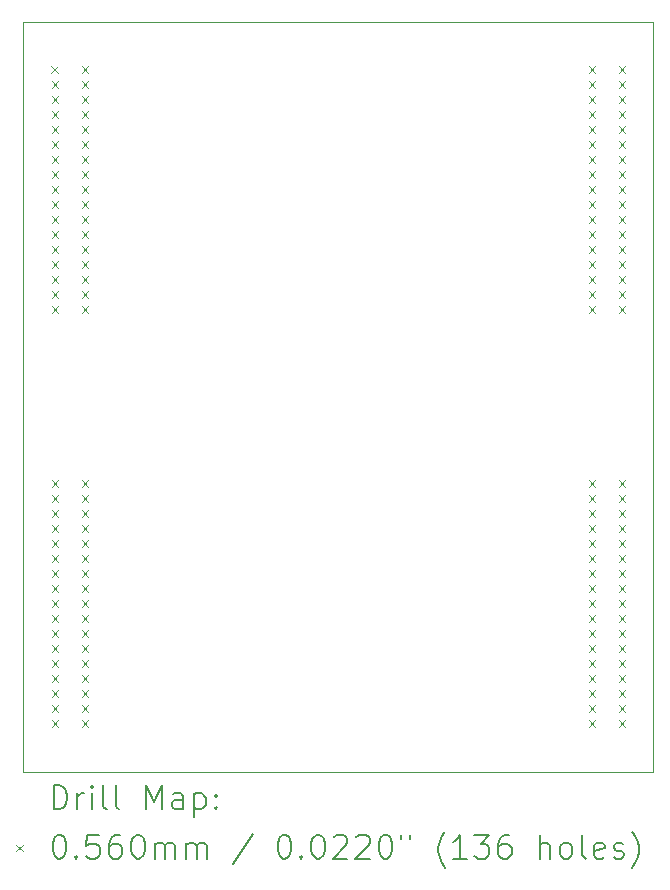
<source format=gbr>
%TF.GenerationSoftware,KiCad,Pcbnew,7.0.7*%
%TF.CreationDate,2023-09-14T15:50:44-04:00*%
%TF.ProjectId,Temps_North_DCT_HSK,54656d70-735f-44e6-9f72-74685f444354,B*%
%TF.SameCoordinates,Original*%
%TF.FileFunction,Drillmap*%
%TF.FilePolarity,Positive*%
%FSLAX45Y45*%
G04 Gerber Fmt 4.5, Leading zero omitted, Abs format (unit mm)*
G04 Created by KiCad (PCBNEW 7.0.7) date 2023-09-14 15:50:44*
%MOMM*%
%LPD*%
G01*
G04 APERTURE LIST*
%ADD10C,0.100000*%
%ADD11C,0.200000*%
%ADD12C,0.056000*%
G04 APERTURE END LIST*
D10*
X10160000Y-5080000D02*
X15494000Y-5080000D01*
X15494000Y-11430000D01*
X10160000Y-11430000D01*
X10160000Y-5080000D01*
D11*
D12*
X10396160Y-5455860D02*
X10452160Y-5511860D01*
X10452160Y-5455860D02*
X10396160Y-5511860D01*
X10397176Y-5582860D02*
X10453176Y-5638860D01*
X10453176Y-5582860D02*
X10397176Y-5638860D01*
X10397176Y-5709860D02*
X10453176Y-5765860D01*
X10453176Y-5709860D02*
X10397176Y-5765860D01*
X10397176Y-5836860D02*
X10453176Y-5892860D01*
X10453176Y-5836860D02*
X10397176Y-5892860D01*
X10397176Y-5963860D02*
X10453176Y-6019860D01*
X10453176Y-5963860D02*
X10397176Y-6019860D01*
X10397176Y-6090860D02*
X10453176Y-6146860D01*
X10453176Y-6090860D02*
X10397176Y-6146860D01*
X10397176Y-6217860D02*
X10453176Y-6273860D01*
X10453176Y-6217860D02*
X10397176Y-6273860D01*
X10397176Y-6344860D02*
X10453176Y-6400860D01*
X10453176Y-6344860D02*
X10397176Y-6400860D01*
X10397176Y-6471860D02*
X10453176Y-6527860D01*
X10453176Y-6471860D02*
X10397176Y-6527860D01*
X10397176Y-6598860D02*
X10453176Y-6654860D01*
X10453176Y-6598860D02*
X10397176Y-6654860D01*
X10397176Y-6725860D02*
X10453176Y-6781860D01*
X10453176Y-6725860D02*
X10397176Y-6781860D01*
X10397176Y-6852860D02*
X10453176Y-6908860D01*
X10453176Y-6852860D02*
X10397176Y-6908860D01*
X10397176Y-6979860D02*
X10453176Y-7035860D01*
X10453176Y-6979860D02*
X10397176Y-7035860D01*
X10397176Y-7106860D02*
X10453176Y-7162860D01*
X10453176Y-7106860D02*
X10397176Y-7162860D01*
X10397176Y-7233860D02*
X10453176Y-7289860D01*
X10453176Y-7233860D02*
X10397176Y-7289860D01*
X10397176Y-7360860D02*
X10453176Y-7416860D01*
X10453176Y-7360860D02*
X10397176Y-7416860D01*
X10397176Y-7487860D02*
X10453176Y-7543860D01*
X10453176Y-7487860D02*
X10397176Y-7543860D01*
X10397684Y-8963600D02*
X10453684Y-9019600D01*
X10453684Y-8963600D02*
X10397684Y-9019600D01*
X10398700Y-9090600D02*
X10454700Y-9146600D01*
X10454700Y-9090600D02*
X10398700Y-9146600D01*
X10398700Y-9217600D02*
X10454700Y-9273600D01*
X10454700Y-9217600D02*
X10398700Y-9273600D01*
X10398700Y-9344600D02*
X10454700Y-9400600D01*
X10454700Y-9344600D02*
X10398700Y-9400600D01*
X10398700Y-9471600D02*
X10454700Y-9527600D01*
X10454700Y-9471600D02*
X10398700Y-9527600D01*
X10398700Y-9598600D02*
X10454700Y-9654600D01*
X10454700Y-9598600D02*
X10398700Y-9654600D01*
X10398700Y-9725600D02*
X10454700Y-9781600D01*
X10454700Y-9725600D02*
X10398700Y-9781600D01*
X10398700Y-9852600D02*
X10454700Y-9908600D01*
X10454700Y-9852600D02*
X10398700Y-9908600D01*
X10398700Y-9979600D02*
X10454700Y-10035600D01*
X10454700Y-9979600D02*
X10398700Y-10035600D01*
X10398700Y-10106600D02*
X10454700Y-10162600D01*
X10454700Y-10106600D02*
X10398700Y-10162600D01*
X10398700Y-10233600D02*
X10454700Y-10289600D01*
X10454700Y-10233600D02*
X10398700Y-10289600D01*
X10398700Y-10360600D02*
X10454700Y-10416600D01*
X10454700Y-10360600D02*
X10398700Y-10416600D01*
X10398700Y-10487600D02*
X10454700Y-10543600D01*
X10454700Y-10487600D02*
X10398700Y-10543600D01*
X10398700Y-10614600D02*
X10454700Y-10670600D01*
X10454700Y-10614600D02*
X10398700Y-10670600D01*
X10398700Y-10741600D02*
X10454700Y-10797600D01*
X10454700Y-10741600D02*
X10398700Y-10797600D01*
X10398700Y-10868600D02*
X10454700Y-10924600D01*
X10454700Y-10868600D02*
X10398700Y-10924600D01*
X10398700Y-10995600D02*
X10454700Y-11051600D01*
X10454700Y-10995600D02*
X10398700Y-11051600D01*
X10651176Y-5582860D02*
X10707176Y-5638860D01*
X10707176Y-5582860D02*
X10651176Y-5638860D01*
X10651176Y-5709860D02*
X10707176Y-5765860D01*
X10707176Y-5709860D02*
X10651176Y-5765860D01*
X10651176Y-5836860D02*
X10707176Y-5892860D01*
X10707176Y-5836860D02*
X10651176Y-5892860D01*
X10651176Y-5963860D02*
X10707176Y-6019860D01*
X10707176Y-5963860D02*
X10651176Y-6019860D01*
X10651176Y-6090860D02*
X10707176Y-6146860D01*
X10707176Y-6090860D02*
X10651176Y-6146860D01*
X10651176Y-6217860D02*
X10707176Y-6273860D01*
X10707176Y-6217860D02*
X10651176Y-6273860D01*
X10651176Y-6344860D02*
X10707176Y-6400860D01*
X10707176Y-6344860D02*
X10651176Y-6400860D01*
X10651176Y-6471860D02*
X10707176Y-6527860D01*
X10707176Y-6471860D02*
X10651176Y-6527860D01*
X10651176Y-6598860D02*
X10707176Y-6654860D01*
X10707176Y-6598860D02*
X10651176Y-6654860D01*
X10651176Y-6725860D02*
X10707176Y-6781860D01*
X10707176Y-6725860D02*
X10651176Y-6781860D01*
X10651176Y-6852860D02*
X10707176Y-6908860D01*
X10707176Y-6852860D02*
X10651176Y-6908860D01*
X10651176Y-6979860D02*
X10707176Y-7035860D01*
X10707176Y-6979860D02*
X10651176Y-7035860D01*
X10651176Y-7106860D02*
X10707176Y-7162860D01*
X10707176Y-7106860D02*
X10651176Y-7162860D01*
X10651176Y-7233860D02*
X10707176Y-7289860D01*
X10707176Y-7233860D02*
X10651176Y-7289860D01*
X10651176Y-7360860D02*
X10707176Y-7416860D01*
X10707176Y-7360860D02*
X10651176Y-7416860D01*
X10651176Y-7487860D02*
X10707176Y-7543860D01*
X10707176Y-7487860D02*
X10651176Y-7543860D01*
X10652192Y-5455860D02*
X10708192Y-5511860D01*
X10708192Y-5455860D02*
X10652192Y-5511860D01*
X10652700Y-9090600D02*
X10708700Y-9146600D01*
X10708700Y-9090600D02*
X10652700Y-9146600D01*
X10652700Y-9217600D02*
X10708700Y-9273600D01*
X10708700Y-9217600D02*
X10652700Y-9273600D01*
X10652700Y-9344600D02*
X10708700Y-9400600D01*
X10708700Y-9344600D02*
X10652700Y-9400600D01*
X10652700Y-9471600D02*
X10708700Y-9527600D01*
X10708700Y-9471600D02*
X10652700Y-9527600D01*
X10652700Y-9598600D02*
X10708700Y-9654600D01*
X10708700Y-9598600D02*
X10652700Y-9654600D01*
X10652700Y-9725600D02*
X10708700Y-9781600D01*
X10708700Y-9725600D02*
X10652700Y-9781600D01*
X10652700Y-9852600D02*
X10708700Y-9908600D01*
X10708700Y-9852600D02*
X10652700Y-9908600D01*
X10652700Y-9979600D02*
X10708700Y-10035600D01*
X10708700Y-9979600D02*
X10652700Y-10035600D01*
X10652700Y-10106600D02*
X10708700Y-10162600D01*
X10708700Y-10106600D02*
X10652700Y-10162600D01*
X10652700Y-10233600D02*
X10708700Y-10289600D01*
X10708700Y-10233600D02*
X10652700Y-10289600D01*
X10652700Y-10360600D02*
X10708700Y-10416600D01*
X10708700Y-10360600D02*
X10652700Y-10416600D01*
X10652700Y-10487600D02*
X10708700Y-10543600D01*
X10708700Y-10487600D02*
X10652700Y-10543600D01*
X10652700Y-10614600D02*
X10708700Y-10670600D01*
X10708700Y-10614600D02*
X10652700Y-10670600D01*
X10652700Y-10741600D02*
X10708700Y-10797600D01*
X10708700Y-10741600D02*
X10652700Y-10797600D01*
X10652700Y-10868600D02*
X10708700Y-10924600D01*
X10708700Y-10868600D02*
X10652700Y-10924600D01*
X10652700Y-10995600D02*
X10708700Y-11051600D01*
X10708700Y-10995600D02*
X10652700Y-11051600D01*
X10653716Y-8963600D02*
X10709716Y-9019600D01*
X10709716Y-8963600D02*
X10653716Y-9019600D01*
X14944284Y-5455860D02*
X15000284Y-5511860D01*
X15000284Y-5455860D02*
X14944284Y-5511860D01*
X14944284Y-8963600D02*
X15000284Y-9019600D01*
X15000284Y-8963600D02*
X14944284Y-9019600D01*
X14945300Y-5582860D02*
X15001300Y-5638860D01*
X15001300Y-5582860D02*
X14945300Y-5638860D01*
X14945300Y-5709860D02*
X15001300Y-5765860D01*
X15001300Y-5709860D02*
X14945300Y-5765860D01*
X14945300Y-5836860D02*
X15001300Y-5892860D01*
X15001300Y-5836860D02*
X14945300Y-5892860D01*
X14945300Y-5963860D02*
X15001300Y-6019860D01*
X15001300Y-5963860D02*
X14945300Y-6019860D01*
X14945300Y-6090860D02*
X15001300Y-6146860D01*
X15001300Y-6090860D02*
X14945300Y-6146860D01*
X14945300Y-6217860D02*
X15001300Y-6273860D01*
X15001300Y-6217860D02*
X14945300Y-6273860D01*
X14945300Y-6344860D02*
X15001300Y-6400860D01*
X15001300Y-6344860D02*
X14945300Y-6400860D01*
X14945300Y-6471860D02*
X15001300Y-6527860D01*
X15001300Y-6471860D02*
X14945300Y-6527860D01*
X14945300Y-6598860D02*
X15001300Y-6654860D01*
X15001300Y-6598860D02*
X14945300Y-6654860D01*
X14945300Y-6725860D02*
X15001300Y-6781860D01*
X15001300Y-6725860D02*
X14945300Y-6781860D01*
X14945300Y-6852860D02*
X15001300Y-6908860D01*
X15001300Y-6852860D02*
X14945300Y-6908860D01*
X14945300Y-6979860D02*
X15001300Y-7035860D01*
X15001300Y-6979860D02*
X14945300Y-7035860D01*
X14945300Y-7106860D02*
X15001300Y-7162860D01*
X15001300Y-7106860D02*
X14945300Y-7162860D01*
X14945300Y-7233860D02*
X15001300Y-7289860D01*
X15001300Y-7233860D02*
X14945300Y-7289860D01*
X14945300Y-7360860D02*
X15001300Y-7416860D01*
X15001300Y-7360860D02*
X14945300Y-7416860D01*
X14945300Y-7487860D02*
X15001300Y-7543860D01*
X15001300Y-7487860D02*
X14945300Y-7543860D01*
X14945300Y-9090600D02*
X15001300Y-9146600D01*
X15001300Y-9090600D02*
X14945300Y-9146600D01*
X14945300Y-9217600D02*
X15001300Y-9273600D01*
X15001300Y-9217600D02*
X14945300Y-9273600D01*
X14945300Y-9344600D02*
X15001300Y-9400600D01*
X15001300Y-9344600D02*
X14945300Y-9400600D01*
X14945300Y-9471600D02*
X15001300Y-9527600D01*
X15001300Y-9471600D02*
X14945300Y-9527600D01*
X14945300Y-9598600D02*
X15001300Y-9654600D01*
X15001300Y-9598600D02*
X14945300Y-9654600D01*
X14945300Y-9725600D02*
X15001300Y-9781600D01*
X15001300Y-9725600D02*
X14945300Y-9781600D01*
X14945300Y-9852600D02*
X15001300Y-9908600D01*
X15001300Y-9852600D02*
X14945300Y-9908600D01*
X14945300Y-9979600D02*
X15001300Y-10035600D01*
X15001300Y-9979600D02*
X14945300Y-10035600D01*
X14945300Y-10106600D02*
X15001300Y-10162600D01*
X15001300Y-10106600D02*
X14945300Y-10162600D01*
X14945300Y-10233600D02*
X15001300Y-10289600D01*
X15001300Y-10233600D02*
X14945300Y-10289600D01*
X14945300Y-10360600D02*
X15001300Y-10416600D01*
X15001300Y-10360600D02*
X14945300Y-10416600D01*
X14945300Y-10487600D02*
X15001300Y-10543600D01*
X15001300Y-10487600D02*
X14945300Y-10543600D01*
X14945300Y-10614600D02*
X15001300Y-10670600D01*
X15001300Y-10614600D02*
X14945300Y-10670600D01*
X14945300Y-10741600D02*
X15001300Y-10797600D01*
X15001300Y-10741600D02*
X14945300Y-10797600D01*
X14945300Y-10868600D02*
X15001300Y-10924600D01*
X15001300Y-10868600D02*
X14945300Y-10924600D01*
X14945300Y-10995600D02*
X15001300Y-11051600D01*
X15001300Y-10995600D02*
X14945300Y-11051600D01*
X15199300Y-5582860D02*
X15255300Y-5638860D01*
X15255300Y-5582860D02*
X15199300Y-5638860D01*
X15199300Y-5709860D02*
X15255300Y-5765860D01*
X15255300Y-5709860D02*
X15199300Y-5765860D01*
X15199300Y-5836860D02*
X15255300Y-5892860D01*
X15255300Y-5836860D02*
X15199300Y-5892860D01*
X15199300Y-5963860D02*
X15255300Y-6019860D01*
X15255300Y-5963860D02*
X15199300Y-6019860D01*
X15199300Y-6090860D02*
X15255300Y-6146860D01*
X15255300Y-6090860D02*
X15199300Y-6146860D01*
X15199300Y-6217860D02*
X15255300Y-6273860D01*
X15255300Y-6217860D02*
X15199300Y-6273860D01*
X15199300Y-6344860D02*
X15255300Y-6400860D01*
X15255300Y-6344860D02*
X15199300Y-6400860D01*
X15199300Y-6471860D02*
X15255300Y-6527860D01*
X15255300Y-6471860D02*
X15199300Y-6527860D01*
X15199300Y-6598860D02*
X15255300Y-6654860D01*
X15255300Y-6598860D02*
X15199300Y-6654860D01*
X15199300Y-6725860D02*
X15255300Y-6781860D01*
X15255300Y-6725860D02*
X15199300Y-6781860D01*
X15199300Y-6852860D02*
X15255300Y-6908860D01*
X15255300Y-6852860D02*
X15199300Y-6908860D01*
X15199300Y-6979860D02*
X15255300Y-7035860D01*
X15255300Y-6979860D02*
X15199300Y-7035860D01*
X15199300Y-7106860D02*
X15255300Y-7162860D01*
X15255300Y-7106860D02*
X15199300Y-7162860D01*
X15199300Y-7233860D02*
X15255300Y-7289860D01*
X15255300Y-7233860D02*
X15199300Y-7289860D01*
X15199300Y-7360860D02*
X15255300Y-7416860D01*
X15255300Y-7360860D02*
X15199300Y-7416860D01*
X15199300Y-7487860D02*
X15255300Y-7543860D01*
X15255300Y-7487860D02*
X15199300Y-7543860D01*
X15199300Y-9090600D02*
X15255300Y-9146600D01*
X15255300Y-9090600D02*
X15199300Y-9146600D01*
X15199300Y-9217600D02*
X15255300Y-9273600D01*
X15255300Y-9217600D02*
X15199300Y-9273600D01*
X15199300Y-9344600D02*
X15255300Y-9400600D01*
X15255300Y-9344600D02*
X15199300Y-9400600D01*
X15199300Y-9471600D02*
X15255300Y-9527600D01*
X15255300Y-9471600D02*
X15199300Y-9527600D01*
X15199300Y-9598600D02*
X15255300Y-9654600D01*
X15255300Y-9598600D02*
X15199300Y-9654600D01*
X15199300Y-9725600D02*
X15255300Y-9781600D01*
X15255300Y-9725600D02*
X15199300Y-9781600D01*
X15199300Y-9852600D02*
X15255300Y-9908600D01*
X15255300Y-9852600D02*
X15199300Y-9908600D01*
X15199300Y-9979600D02*
X15255300Y-10035600D01*
X15255300Y-9979600D02*
X15199300Y-10035600D01*
X15199300Y-10106600D02*
X15255300Y-10162600D01*
X15255300Y-10106600D02*
X15199300Y-10162600D01*
X15199300Y-10233600D02*
X15255300Y-10289600D01*
X15255300Y-10233600D02*
X15199300Y-10289600D01*
X15199300Y-10360600D02*
X15255300Y-10416600D01*
X15255300Y-10360600D02*
X15199300Y-10416600D01*
X15199300Y-10487600D02*
X15255300Y-10543600D01*
X15255300Y-10487600D02*
X15199300Y-10543600D01*
X15199300Y-10614600D02*
X15255300Y-10670600D01*
X15255300Y-10614600D02*
X15199300Y-10670600D01*
X15199300Y-10741600D02*
X15255300Y-10797600D01*
X15255300Y-10741600D02*
X15199300Y-10797600D01*
X15199300Y-10868600D02*
X15255300Y-10924600D01*
X15255300Y-10868600D02*
X15199300Y-10924600D01*
X15199300Y-10995600D02*
X15255300Y-11051600D01*
X15255300Y-10995600D02*
X15199300Y-11051600D01*
X15200316Y-5455860D02*
X15256316Y-5511860D01*
X15256316Y-5455860D02*
X15200316Y-5511860D01*
X15200316Y-8963600D02*
X15256316Y-9019600D01*
X15256316Y-8963600D02*
X15200316Y-9019600D01*
D11*
X10415777Y-11746484D02*
X10415777Y-11546484D01*
X10415777Y-11546484D02*
X10463396Y-11546484D01*
X10463396Y-11546484D02*
X10491967Y-11556008D01*
X10491967Y-11556008D02*
X10511015Y-11575055D01*
X10511015Y-11575055D02*
X10520539Y-11594103D01*
X10520539Y-11594103D02*
X10530063Y-11632198D01*
X10530063Y-11632198D02*
X10530063Y-11660769D01*
X10530063Y-11660769D02*
X10520539Y-11698865D01*
X10520539Y-11698865D02*
X10511015Y-11717912D01*
X10511015Y-11717912D02*
X10491967Y-11736960D01*
X10491967Y-11736960D02*
X10463396Y-11746484D01*
X10463396Y-11746484D02*
X10415777Y-11746484D01*
X10615777Y-11746484D02*
X10615777Y-11613150D01*
X10615777Y-11651246D02*
X10625301Y-11632198D01*
X10625301Y-11632198D02*
X10634824Y-11622674D01*
X10634824Y-11622674D02*
X10653872Y-11613150D01*
X10653872Y-11613150D02*
X10672920Y-11613150D01*
X10739586Y-11746484D02*
X10739586Y-11613150D01*
X10739586Y-11546484D02*
X10730063Y-11556008D01*
X10730063Y-11556008D02*
X10739586Y-11565531D01*
X10739586Y-11565531D02*
X10749110Y-11556008D01*
X10749110Y-11556008D02*
X10739586Y-11546484D01*
X10739586Y-11546484D02*
X10739586Y-11565531D01*
X10863396Y-11746484D02*
X10844348Y-11736960D01*
X10844348Y-11736960D02*
X10834824Y-11717912D01*
X10834824Y-11717912D02*
X10834824Y-11546484D01*
X10968158Y-11746484D02*
X10949110Y-11736960D01*
X10949110Y-11736960D02*
X10939586Y-11717912D01*
X10939586Y-11717912D02*
X10939586Y-11546484D01*
X11196729Y-11746484D02*
X11196729Y-11546484D01*
X11196729Y-11546484D02*
X11263396Y-11689341D01*
X11263396Y-11689341D02*
X11330062Y-11546484D01*
X11330062Y-11546484D02*
X11330062Y-11746484D01*
X11511015Y-11746484D02*
X11511015Y-11641722D01*
X11511015Y-11641722D02*
X11501491Y-11622674D01*
X11501491Y-11622674D02*
X11482443Y-11613150D01*
X11482443Y-11613150D02*
X11444348Y-11613150D01*
X11444348Y-11613150D02*
X11425301Y-11622674D01*
X11511015Y-11736960D02*
X11491967Y-11746484D01*
X11491967Y-11746484D02*
X11444348Y-11746484D01*
X11444348Y-11746484D02*
X11425301Y-11736960D01*
X11425301Y-11736960D02*
X11415777Y-11717912D01*
X11415777Y-11717912D02*
X11415777Y-11698865D01*
X11415777Y-11698865D02*
X11425301Y-11679817D01*
X11425301Y-11679817D02*
X11444348Y-11670293D01*
X11444348Y-11670293D02*
X11491967Y-11670293D01*
X11491967Y-11670293D02*
X11511015Y-11660769D01*
X11606253Y-11613150D02*
X11606253Y-11813150D01*
X11606253Y-11622674D02*
X11625301Y-11613150D01*
X11625301Y-11613150D02*
X11663396Y-11613150D01*
X11663396Y-11613150D02*
X11682443Y-11622674D01*
X11682443Y-11622674D02*
X11691967Y-11632198D01*
X11691967Y-11632198D02*
X11701491Y-11651246D01*
X11701491Y-11651246D02*
X11701491Y-11708388D01*
X11701491Y-11708388D02*
X11691967Y-11727436D01*
X11691967Y-11727436D02*
X11682443Y-11736960D01*
X11682443Y-11736960D02*
X11663396Y-11746484D01*
X11663396Y-11746484D02*
X11625301Y-11746484D01*
X11625301Y-11746484D02*
X11606253Y-11736960D01*
X11787205Y-11727436D02*
X11796729Y-11736960D01*
X11796729Y-11736960D02*
X11787205Y-11746484D01*
X11787205Y-11746484D02*
X11777682Y-11736960D01*
X11777682Y-11736960D02*
X11787205Y-11727436D01*
X11787205Y-11727436D02*
X11787205Y-11746484D01*
X11787205Y-11622674D02*
X11796729Y-11632198D01*
X11796729Y-11632198D02*
X11787205Y-11641722D01*
X11787205Y-11641722D02*
X11777682Y-11632198D01*
X11777682Y-11632198D02*
X11787205Y-11622674D01*
X11787205Y-11622674D02*
X11787205Y-11641722D01*
D12*
X10099000Y-12047000D02*
X10155000Y-12103000D01*
X10155000Y-12047000D02*
X10099000Y-12103000D01*
D11*
X10453872Y-11966484D02*
X10472920Y-11966484D01*
X10472920Y-11966484D02*
X10491967Y-11976008D01*
X10491967Y-11976008D02*
X10501491Y-11985531D01*
X10501491Y-11985531D02*
X10511015Y-12004579D01*
X10511015Y-12004579D02*
X10520539Y-12042674D01*
X10520539Y-12042674D02*
X10520539Y-12090293D01*
X10520539Y-12090293D02*
X10511015Y-12128388D01*
X10511015Y-12128388D02*
X10501491Y-12147436D01*
X10501491Y-12147436D02*
X10491967Y-12156960D01*
X10491967Y-12156960D02*
X10472920Y-12166484D01*
X10472920Y-12166484D02*
X10453872Y-12166484D01*
X10453872Y-12166484D02*
X10434824Y-12156960D01*
X10434824Y-12156960D02*
X10425301Y-12147436D01*
X10425301Y-12147436D02*
X10415777Y-12128388D01*
X10415777Y-12128388D02*
X10406253Y-12090293D01*
X10406253Y-12090293D02*
X10406253Y-12042674D01*
X10406253Y-12042674D02*
X10415777Y-12004579D01*
X10415777Y-12004579D02*
X10425301Y-11985531D01*
X10425301Y-11985531D02*
X10434824Y-11976008D01*
X10434824Y-11976008D02*
X10453872Y-11966484D01*
X10606253Y-12147436D02*
X10615777Y-12156960D01*
X10615777Y-12156960D02*
X10606253Y-12166484D01*
X10606253Y-12166484D02*
X10596729Y-12156960D01*
X10596729Y-12156960D02*
X10606253Y-12147436D01*
X10606253Y-12147436D02*
X10606253Y-12166484D01*
X10796729Y-11966484D02*
X10701491Y-11966484D01*
X10701491Y-11966484D02*
X10691967Y-12061722D01*
X10691967Y-12061722D02*
X10701491Y-12052198D01*
X10701491Y-12052198D02*
X10720539Y-12042674D01*
X10720539Y-12042674D02*
X10768158Y-12042674D01*
X10768158Y-12042674D02*
X10787205Y-12052198D01*
X10787205Y-12052198D02*
X10796729Y-12061722D01*
X10796729Y-12061722D02*
X10806253Y-12080769D01*
X10806253Y-12080769D02*
X10806253Y-12128388D01*
X10806253Y-12128388D02*
X10796729Y-12147436D01*
X10796729Y-12147436D02*
X10787205Y-12156960D01*
X10787205Y-12156960D02*
X10768158Y-12166484D01*
X10768158Y-12166484D02*
X10720539Y-12166484D01*
X10720539Y-12166484D02*
X10701491Y-12156960D01*
X10701491Y-12156960D02*
X10691967Y-12147436D01*
X10977682Y-11966484D02*
X10939586Y-11966484D01*
X10939586Y-11966484D02*
X10920539Y-11976008D01*
X10920539Y-11976008D02*
X10911015Y-11985531D01*
X10911015Y-11985531D02*
X10891967Y-12014103D01*
X10891967Y-12014103D02*
X10882444Y-12052198D01*
X10882444Y-12052198D02*
X10882444Y-12128388D01*
X10882444Y-12128388D02*
X10891967Y-12147436D01*
X10891967Y-12147436D02*
X10901491Y-12156960D01*
X10901491Y-12156960D02*
X10920539Y-12166484D01*
X10920539Y-12166484D02*
X10958634Y-12166484D01*
X10958634Y-12166484D02*
X10977682Y-12156960D01*
X10977682Y-12156960D02*
X10987205Y-12147436D01*
X10987205Y-12147436D02*
X10996729Y-12128388D01*
X10996729Y-12128388D02*
X10996729Y-12080769D01*
X10996729Y-12080769D02*
X10987205Y-12061722D01*
X10987205Y-12061722D02*
X10977682Y-12052198D01*
X10977682Y-12052198D02*
X10958634Y-12042674D01*
X10958634Y-12042674D02*
X10920539Y-12042674D01*
X10920539Y-12042674D02*
X10901491Y-12052198D01*
X10901491Y-12052198D02*
X10891967Y-12061722D01*
X10891967Y-12061722D02*
X10882444Y-12080769D01*
X11120539Y-11966484D02*
X11139586Y-11966484D01*
X11139586Y-11966484D02*
X11158634Y-11976008D01*
X11158634Y-11976008D02*
X11168158Y-11985531D01*
X11168158Y-11985531D02*
X11177682Y-12004579D01*
X11177682Y-12004579D02*
X11187205Y-12042674D01*
X11187205Y-12042674D02*
X11187205Y-12090293D01*
X11187205Y-12090293D02*
X11177682Y-12128388D01*
X11177682Y-12128388D02*
X11168158Y-12147436D01*
X11168158Y-12147436D02*
X11158634Y-12156960D01*
X11158634Y-12156960D02*
X11139586Y-12166484D01*
X11139586Y-12166484D02*
X11120539Y-12166484D01*
X11120539Y-12166484D02*
X11101491Y-12156960D01*
X11101491Y-12156960D02*
X11091967Y-12147436D01*
X11091967Y-12147436D02*
X11082444Y-12128388D01*
X11082444Y-12128388D02*
X11072920Y-12090293D01*
X11072920Y-12090293D02*
X11072920Y-12042674D01*
X11072920Y-12042674D02*
X11082444Y-12004579D01*
X11082444Y-12004579D02*
X11091967Y-11985531D01*
X11091967Y-11985531D02*
X11101491Y-11976008D01*
X11101491Y-11976008D02*
X11120539Y-11966484D01*
X11272920Y-12166484D02*
X11272920Y-12033150D01*
X11272920Y-12052198D02*
X11282443Y-12042674D01*
X11282443Y-12042674D02*
X11301491Y-12033150D01*
X11301491Y-12033150D02*
X11330063Y-12033150D01*
X11330063Y-12033150D02*
X11349110Y-12042674D01*
X11349110Y-12042674D02*
X11358634Y-12061722D01*
X11358634Y-12061722D02*
X11358634Y-12166484D01*
X11358634Y-12061722D02*
X11368158Y-12042674D01*
X11368158Y-12042674D02*
X11387205Y-12033150D01*
X11387205Y-12033150D02*
X11415777Y-12033150D01*
X11415777Y-12033150D02*
X11434824Y-12042674D01*
X11434824Y-12042674D02*
X11444348Y-12061722D01*
X11444348Y-12061722D02*
X11444348Y-12166484D01*
X11539586Y-12166484D02*
X11539586Y-12033150D01*
X11539586Y-12052198D02*
X11549110Y-12042674D01*
X11549110Y-12042674D02*
X11568158Y-12033150D01*
X11568158Y-12033150D02*
X11596729Y-12033150D01*
X11596729Y-12033150D02*
X11615777Y-12042674D01*
X11615777Y-12042674D02*
X11625301Y-12061722D01*
X11625301Y-12061722D02*
X11625301Y-12166484D01*
X11625301Y-12061722D02*
X11634824Y-12042674D01*
X11634824Y-12042674D02*
X11653872Y-12033150D01*
X11653872Y-12033150D02*
X11682443Y-12033150D01*
X11682443Y-12033150D02*
X11701491Y-12042674D01*
X11701491Y-12042674D02*
X11711015Y-12061722D01*
X11711015Y-12061722D02*
X11711015Y-12166484D01*
X12101491Y-11956960D02*
X11930063Y-12214103D01*
X12358634Y-11966484D02*
X12377682Y-11966484D01*
X12377682Y-11966484D02*
X12396729Y-11976008D01*
X12396729Y-11976008D02*
X12406253Y-11985531D01*
X12406253Y-11985531D02*
X12415777Y-12004579D01*
X12415777Y-12004579D02*
X12425301Y-12042674D01*
X12425301Y-12042674D02*
X12425301Y-12090293D01*
X12425301Y-12090293D02*
X12415777Y-12128388D01*
X12415777Y-12128388D02*
X12406253Y-12147436D01*
X12406253Y-12147436D02*
X12396729Y-12156960D01*
X12396729Y-12156960D02*
X12377682Y-12166484D01*
X12377682Y-12166484D02*
X12358634Y-12166484D01*
X12358634Y-12166484D02*
X12339586Y-12156960D01*
X12339586Y-12156960D02*
X12330063Y-12147436D01*
X12330063Y-12147436D02*
X12320539Y-12128388D01*
X12320539Y-12128388D02*
X12311015Y-12090293D01*
X12311015Y-12090293D02*
X12311015Y-12042674D01*
X12311015Y-12042674D02*
X12320539Y-12004579D01*
X12320539Y-12004579D02*
X12330063Y-11985531D01*
X12330063Y-11985531D02*
X12339586Y-11976008D01*
X12339586Y-11976008D02*
X12358634Y-11966484D01*
X12511015Y-12147436D02*
X12520539Y-12156960D01*
X12520539Y-12156960D02*
X12511015Y-12166484D01*
X12511015Y-12166484D02*
X12501491Y-12156960D01*
X12501491Y-12156960D02*
X12511015Y-12147436D01*
X12511015Y-12147436D02*
X12511015Y-12166484D01*
X12644348Y-11966484D02*
X12663396Y-11966484D01*
X12663396Y-11966484D02*
X12682444Y-11976008D01*
X12682444Y-11976008D02*
X12691967Y-11985531D01*
X12691967Y-11985531D02*
X12701491Y-12004579D01*
X12701491Y-12004579D02*
X12711015Y-12042674D01*
X12711015Y-12042674D02*
X12711015Y-12090293D01*
X12711015Y-12090293D02*
X12701491Y-12128388D01*
X12701491Y-12128388D02*
X12691967Y-12147436D01*
X12691967Y-12147436D02*
X12682444Y-12156960D01*
X12682444Y-12156960D02*
X12663396Y-12166484D01*
X12663396Y-12166484D02*
X12644348Y-12166484D01*
X12644348Y-12166484D02*
X12625301Y-12156960D01*
X12625301Y-12156960D02*
X12615777Y-12147436D01*
X12615777Y-12147436D02*
X12606253Y-12128388D01*
X12606253Y-12128388D02*
X12596729Y-12090293D01*
X12596729Y-12090293D02*
X12596729Y-12042674D01*
X12596729Y-12042674D02*
X12606253Y-12004579D01*
X12606253Y-12004579D02*
X12615777Y-11985531D01*
X12615777Y-11985531D02*
X12625301Y-11976008D01*
X12625301Y-11976008D02*
X12644348Y-11966484D01*
X12787206Y-11985531D02*
X12796729Y-11976008D01*
X12796729Y-11976008D02*
X12815777Y-11966484D01*
X12815777Y-11966484D02*
X12863396Y-11966484D01*
X12863396Y-11966484D02*
X12882444Y-11976008D01*
X12882444Y-11976008D02*
X12891967Y-11985531D01*
X12891967Y-11985531D02*
X12901491Y-12004579D01*
X12901491Y-12004579D02*
X12901491Y-12023627D01*
X12901491Y-12023627D02*
X12891967Y-12052198D01*
X12891967Y-12052198D02*
X12777682Y-12166484D01*
X12777682Y-12166484D02*
X12901491Y-12166484D01*
X12977682Y-11985531D02*
X12987206Y-11976008D01*
X12987206Y-11976008D02*
X13006253Y-11966484D01*
X13006253Y-11966484D02*
X13053872Y-11966484D01*
X13053872Y-11966484D02*
X13072920Y-11976008D01*
X13072920Y-11976008D02*
X13082444Y-11985531D01*
X13082444Y-11985531D02*
X13091967Y-12004579D01*
X13091967Y-12004579D02*
X13091967Y-12023627D01*
X13091967Y-12023627D02*
X13082444Y-12052198D01*
X13082444Y-12052198D02*
X12968158Y-12166484D01*
X12968158Y-12166484D02*
X13091967Y-12166484D01*
X13215777Y-11966484D02*
X13234825Y-11966484D01*
X13234825Y-11966484D02*
X13253872Y-11976008D01*
X13253872Y-11976008D02*
X13263396Y-11985531D01*
X13263396Y-11985531D02*
X13272920Y-12004579D01*
X13272920Y-12004579D02*
X13282444Y-12042674D01*
X13282444Y-12042674D02*
X13282444Y-12090293D01*
X13282444Y-12090293D02*
X13272920Y-12128388D01*
X13272920Y-12128388D02*
X13263396Y-12147436D01*
X13263396Y-12147436D02*
X13253872Y-12156960D01*
X13253872Y-12156960D02*
X13234825Y-12166484D01*
X13234825Y-12166484D02*
X13215777Y-12166484D01*
X13215777Y-12166484D02*
X13196729Y-12156960D01*
X13196729Y-12156960D02*
X13187206Y-12147436D01*
X13187206Y-12147436D02*
X13177682Y-12128388D01*
X13177682Y-12128388D02*
X13168158Y-12090293D01*
X13168158Y-12090293D02*
X13168158Y-12042674D01*
X13168158Y-12042674D02*
X13177682Y-12004579D01*
X13177682Y-12004579D02*
X13187206Y-11985531D01*
X13187206Y-11985531D02*
X13196729Y-11976008D01*
X13196729Y-11976008D02*
X13215777Y-11966484D01*
X13358634Y-11966484D02*
X13358634Y-12004579D01*
X13434825Y-11966484D02*
X13434825Y-12004579D01*
X13730063Y-12242674D02*
X13720539Y-12233150D01*
X13720539Y-12233150D02*
X13701491Y-12204579D01*
X13701491Y-12204579D02*
X13691968Y-12185531D01*
X13691968Y-12185531D02*
X13682444Y-12156960D01*
X13682444Y-12156960D02*
X13672920Y-12109341D01*
X13672920Y-12109341D02*
X13672920Y-12071246D01*
X13672920Y-12071246D02*
X13682444Y-12023627D01*
X13682444Y-12023627D02*
X13691968Y-11995055D01*
X13691968Y-11995055D02*
X13701491Y-11976008D01*
X13701491Y-11976008D02*
X13720539Y-11947436D01*
X13720539Y-11947436D02*
X13730063Y-11937912D01*
X13911015Y-12166484D02*
X13796729Y-12166484D01*
X13853872Y-12166484D02*
X13853872Y-11966484D01*
X13853872Y-11966484D02*
X13834825Y-11995055D01*
X13834825Y-11995055D02*
X13815777Y-12014103D01*
X13815777Y-12014103D02*
X13796729Y-12023627D01*
X13977682Y-11966484D02*
X14101491Y-11966484D01*
X14101491Y-11966484D02*
X14034825Y-12042674D01*
X14034825Y-12042674D02*
X14063396Y-12042674D01*
X14063396Y-12042674D02*
X14082444Y-12052198D01*
X14082444Y-12052198D02*
X14091968Y-12061722D01*
X14091968Y-12061722D02*
X14101491Y-12080769D01*
X14101491Y-12080769D02*
X14101491Y-12128388D01*
X14101491Y-12128388D02*
X14091968Y-12147436D01*
X14091968Y-12147436D02*
X14082444Y-12156960D01*
X14082444Y-12156960D02*
X14063396Y-12166484D01*
X14063396Y-12166484D02*
X14006253Y-12166484D01*
X14006253Y-12166484D02*
X13987206Y-12156960D01*
X13987206Y-12156960D02*
X13977682Y-12147436D01*
X14272920Y-11966484D02*
X14234825Y-11966484D01*
X14234825Y-11966484D02*
X14215777Y-11976008D01*
X14215777Y-11976008D02*
X14206253Y-11985531D01*
X14206253Y-11985531D02*
X14187206Y-12014103D01*
X14187206Y-12014103D02*
X14177682Y-12052198D01*
X14177682Y-12052198D02*
X14177682Y-12128388D01*
X14177682Y-12128388D02*
X14187206Y-12147436D01*
X14187206Y-12147436D02*
X14196729Y-12156960D01*
X14196729Y-12156960D02*
X14215777Y-12166484D01*
X14215777Y-12166484D02*
X14253872Y-12166484D01*
X14253872Y-12166484D02*
X14272920Y-12156960D01*
X14272920Y-12156960D02*
X14282444Y-12147436D01*
X14282444Y-12147436D02*
X14291968Y-12128388D01*
X14291968Y-12128388D02*
X14291968Y-12080769D01*
X14291968Y-12080769D02*
X14282444Y-12061722D01*
X14282444Y-12061722D02*
X14272920Y-12052198D01*
X14272920Y-12052198D02*
X14253872Y-12042674D01*
X14253872Y-12042674D02*
X14215777Y-12042674D01*
X14215777Y-12042674D02*
X14196729Y-12052198D01*
X14196729Y-12052198D02*
X14187206Y-12061722D01*
X14187206Y-12061722D02*
X14177682Y-12080769D01*
X14530063Y-12166484D02*
X14530063Y-11966484D01*
X14615777Y-12166484D02*
X14615777Y-12061722D01*
X14615777Y-12061722D02*
X14606253Y-12042674D01*
X14606253Y-12042674D02*
X14587206Y-12033150D01*
X14587206Y-12033150D02*
X14558634Y-12033150D01*
X14558634Y-12033150D02*
X14539587Y-12042674D01*
X14539587Y-12042674D02*
X14530063Y-12052198D01*
X14739587Y-12166484D02*
X14720539Y-12156960D01*
X14720539Y-12156960D02*
X14711015Y-12147436D01*
X14711015Y-12147436D02*
X14701491Y-12128388D01*
X14701491Y-12128388D02*
X14701491Y-12071246D01*
X14701491Y-12071246D02*
X14711015Y-12052198D01*
X14711015Y-12052198D02*
X14720539Y-12042674D01*
X14720539Y-12042674D02*
X14739587Y-12033150D01*
X14739587Y-12033150D02*
X14768158Y-12033150D01*
X14768158Y-12033150D02*
X14787206Y-12042674D01*
X14787206Y-12042674D02*
X14796730Y-12052198D01*
X14796730Y-12052198D02*
X14806253Y-12071246D01*
X14806253Y-12071246D02*
X14806253Y-12128388D01*
X14806253Y-12128388D02*
X14796730Y-12147436D01*
X14796730Y-12147436D02*
X14787206Y-12156960D01*
X14787206Y-12156960D02*
X14768158Y-12166484D01*
X14768158Y-12166484D02*
X14739587Y-12166484D01*
X14920539Y-12166484D02*
X14901491Y-12156960D01*
X14901491Y-12156960D02*
X14891968Y-12137912D01*
X14891968Y-12137912D02*
X14891968Y-11966484D01*
X15072920Y-12156960D02*
X15053872Y-12166484D01*
X15053872Y-12166484D02*
X15015777Y-12166484D01*
X15015777Y-12166484D02*
X14996730Y-12156960D01*
X14996730Y-12156960D02*
X14987206Y-12137912D01*
X14987206Y-12137912D02*
X14987206Y-12061722D01*
X14987206Y-12061722D02*
X14996730Y-12042674D01*
X14996730Y-12042674D02*
X15015777Y-12033150D01*
X15015777Y-12033150D02*
X15053872Y-12033150D01*
X15053872Y-12033150D02*
X15072920Y-12042674D01*
X15072920Y-12042674D02*
X15082444Y-12061722D01*
X15082444Y-12061722D02*
X15082444Y-12080769D01*
X15082444Y-12080769D02*
X14987206Y-12099817D01*
X15158634Y-12156960D02*
X15177682Y-12166484D01*
X15177682Y-12166484D02*
X15215777Y-12166484D01*
X15215777Y-12166484D02*
X15234825Y-12156960D01*
X15234825Y-12156960D02*
X15244349Y-12137912D01*
X15244349Y-12137912D02*
X15244349Y-12128388D01*
X15244349Y-12128388D02*
X15234825Y-12109341D01*
X15234825Y-12109341D02*
X15215777Y-12099817D01*
X15215777Y-12099817D02*
X15187206Y-12099817D01*
X15187206Y-12099817D02*
X15168158Y-12090293D01*
X15168158Y-12090293D02*
X15158634Y-12071246D01*
X15158634Y-12071246D02*
X15158634Y-12061722D01*
X15158634Y-12061722D02*
X15168158Y-12042674D01*
X15168158Y-12042674D02*
X15187206Y-12033150D01*
X15187206Y-12033150D02*
X15215777Y-12033150D01*
X15215777Y-12033150D02*
X15234825Y-12042674D01*
X15311015Y-12242674D02*
X15320539Y-12233150D01*
X15320539Y-12233150D02*
X15339587Y-12204579D01*
X15339587Y-12204579D02*
X15349111Y-12185531D01*
X15349111Y-12185531D02*
X15358634Y-12156960D01*
X15358634Y-12156960D02*
X15368158Y-12109341D01*
X15368158Y-12109341D02*
X15368158Y-12071246D01*
X15368158Y-12071246D02*
X15358634Y-12023627D01*
X15358634Y-12023627D02*
X15349111Y-11995055D01*
X15349111Y-11995055D02*
X15339587Y-11976008D01*
X15339587Y-11976008D02*
X15320539Y-11947436D01*
X15320539Y-11947436D02*
X15311015Y-11937912D01*
M02*

</source>
